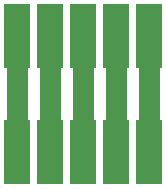
<source format=gts>
G04 #@! TF.FileFunction,Soldermask,Top*
%FSLAX46Y46*%
G04 Gerber Fmt 4.6, Leading zero omitted, Abs format (unit mm)*
G04 Created by KiCad (PCBNEW 4.0.5) date 08/14/17 09:26:25*
%MOMM*%
%LPD*%
G01*
G04 APERTURE LIST*
%ADD10C,0.100000*%
%ADD11C,1.800000*%
%ADD12R,2.178000X5.480000*%
G04 APERTURE END LIST*
D10*
D11*
X145542000Y-105410000D02*
X145542000Y-109728000D01*
X142748000Y-105410000D02*
X142748000Y-109728000D01*
X139954000Y-105410000D02*
X139954000Y-109728000D01*
X137160000Y-105410000D02*
X137160000Y-109728000D01*
X134366000Y-105410000D02*
X134366000Y-109728000D01*
D12*
X137160000Y-112460000D03*
X139954000Y-112460000D03*
X142748000Y-112460000D03*
X145542000Y-112460000D03*
X134366000Y-112460000D03*
X142748000Y-102667000D03*
X139954000Y-102667000D03*
X137160000Y-102667000D03*
X134366000Y-102667000D03*
X145542000Y-102667000D03*
M02*

</source>
